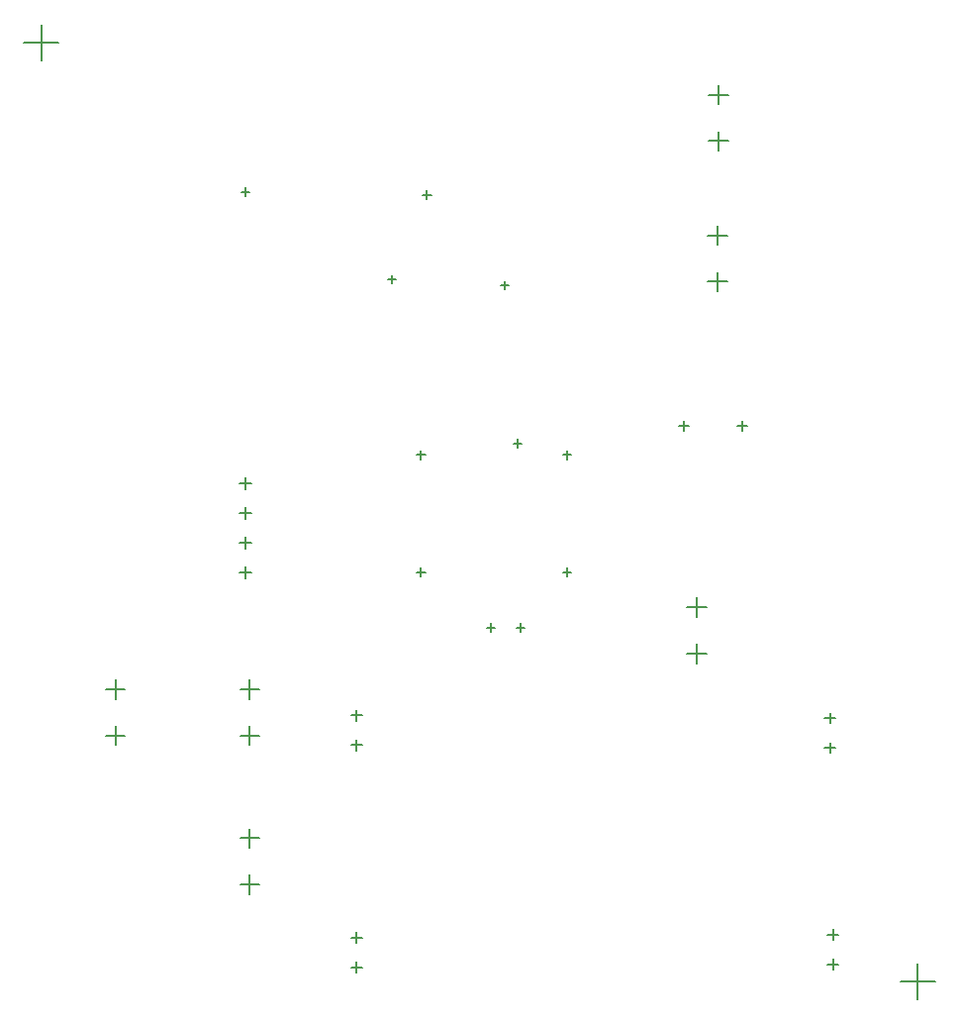
<source format=gbr>
G04*
G04 #@! TF.GenerationSoftware,Altium Limited,Altium Designer,22.4.2 (48)*
G04*
G04 Layer_Color=128*
%FSLAX25Y25*%
%MOIN*%
G70*
G04*
G04 #@! TF.SameCoordinates,D1C75A00-648E-4898-854E-167750E82D76*
G04*
G04*
G04 #@! TF.FilePolarity,Positive*
G04*
G01*
G75*
%ADD11C,0.00500*%
D11*
X234350Y245374D02*
X240846D01*
X237598Y242126D02*
Y248622D01*
X234350Y260965D02*
X240846D01*
X237598Y257717D02*
Y264213D01*
X234744Y292697D02*
X241240D01*
X237992Y289449D02*
Y295945D01*
X234744Y308287D02*
X241240D01*
X237992Y305039D02*
Y311535D01*
X273819Y98425D02*
X277362D01*
X275590Y96653D02*
Y100197D01*
X273819Y88425D02*
X277362D01*
X275590Y86654D02*
Y90197D01*
X274803Y25591D02*
X278346D01*
X276575Y23819D02*
Y27362D01*
X274803Y15590D02*
X278346D01*
X276575Y13819D02*
Y17362D01*
X114370Y99410D02*
X117913D01*
X116142Y97638D02*
Y101181D01*
X114370Y89410D02*
X117913D01*
X116142Y87638D02*
Y91181D01*
X227461Y135748D02*
X233957D01*
X230709Y132500D02*
Y138996D01*
X227461Y120157D02*
X233957D01*
X230709Y116909D02*
Y123405D01*
X114370Y24606D02*
X117913D01*
X116142Y22835D02*
Y26378D01*
X114370Y14606D02*
X117913D01*
X116142Y12835D02*
Y16378D01*
X76870Y57992D02*
X83366D01*
X80118Y54744D02*
Y61240D01*
X76870Y42401D02*
X83366D01*
X80118Y39154D02*
Y45649D01*
X31594Y108189D02*
X38091D01*
X34843Y104941D02*
Y111437D01*
X31594Y92598D02*
X38091D01*
X34843Y89350D02*
Y95846D01*
X76870Y108189D02*
X83366D01*
X80118Y104941D02*
Y111437D01*
X76870Y92598D02*
X83366D01*
X80118Y89350D02*
Y95846D01*
X136319Y187008D02*
X139272D01*
X137795Y185531D02*
Y188484D01*
X136319Y147638D02*
X139272D01*
X137795Y146161D02*
Y149114D01*
X185531Y147638D02*
X188484D01*
X187008Y146161D02*
Y149114D01*
X185531Y187008D02*
X188484D01*
X187008Y185531D02*
Y188484D01*
X169882Y128937D02*
X172638D01*
X171260Y127559D02*
Y130315D01*
X160039Y128937D02*
X162795D01*
X161417Y127559D02*
Y130315D01*
X244488Y196850D02*
X247638D01*
X246063Y195276D02*
Y198425D01*
X224803Y196850D02*
X227953D01*
X226378Y195276D02*
Y198425D01*
X76732Y147480D02*
X80748D01*
X78740Y145473D02*
Y149488D01*
X76732Y157480D02*
X80748D01*
X78740Y155473D02*
Y159488D01*
X76732Y167480D02*
X80748D01*
X78740Y165472D02*
Y169488D01*
X76732Y177480D02*
X80748D01*
X78740Y175472D02*
Y179488D01*
X3937Y325787D02*
X15748D01*
X9843Y319882D02*
Y331693D01*
X299213Y9843D02*
X311024D01*
X305118Y3937D02*
Y15748D01*
X168876Y190945D02*
X171676D01*
X170276Y189545D02*
Y192345D01*
X77340Y275590D02*
X80140D01*
X78740Y274190D02*
Y276991D01*
X138364Y274606D02*
X141164D01*
X139764Y273206D02*
Y276006D01*
X126553Y246063D02*
X129353D01*
X127953Y244663D02*
Y247463D01*
X164694Y244175D02*
X167494D01*
X166095Y242775D02*
Y245575D01*
M02*

</source>
